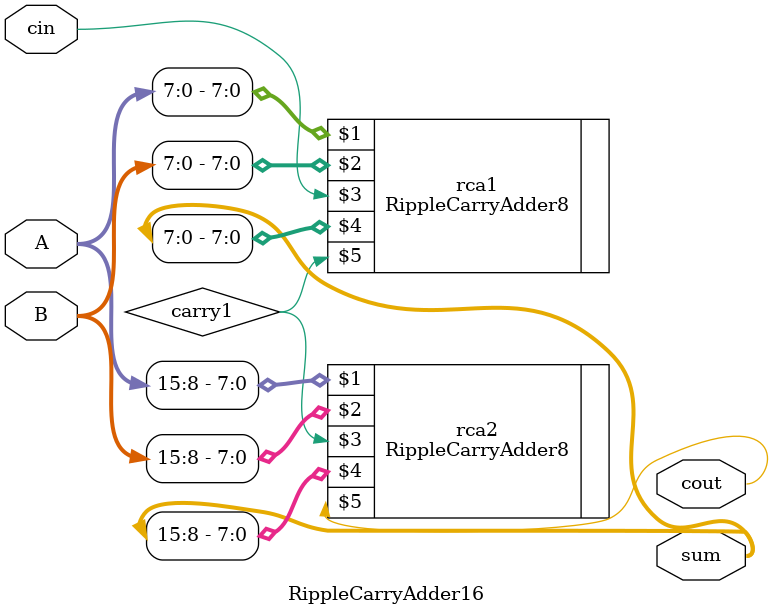
<source format=v>
`include "rca8.v"

module RippleCarryAdder16(A, B, cin, sum, cout);
    input [15:0] A,B;
    output [15:0] sum;
    input cin;
    output cout;

    wire carry1;

    RippleCarryAdder8 rca1(A[7:0], B[7:0], cin, sum[7:0], carry1);
    RippleCarryAdder8 rca2(A[15:8], B[15:8], carry1, sum[15:8], cout);

endmodule

// Test Module
/*
module TestRCA16();
    reg [15:0] a,b;
    reg cin;
    wire[15:0] sum;
    wire cout;

    RippleCarryAdder16 rca16(.A(a), .B(b), .cin(cin), .sum(sum), .cout(cout));

    initial begin
        $monitor("a = %b, b = %b, cin = %b, sum = %b, cout = %b", a, b, cin, sum, cout);
        #1 a = 16'b0000000111111111; b = 16'b0000000000000001; cin = 1'b0;
        #2 a = 16'b0000000000000001; b = 16'b0000000000000001; cin = 1'b0;
        #3 a = 16'b1111111111111111; b = 16'b0000000000000001; cin = 1'b0;
        #4 a = 16'b1111111111111111; b = 16'b0000000000000000; cin = 1'b1;
        #5 a = 16'b0000000100000001; b = 16'b0000000100000001; cin = 1'b0;
        #6 a = 16'b0101011000100111; b = 16'b0011111000100000; cin = 1'b0;
    end
endmodule
*/
</source>
